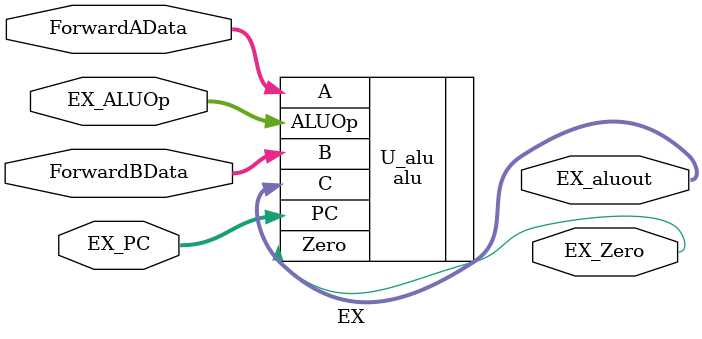
<source format=v>

module EX (
    input [31:0] EX_PC ,
    input [31:0]ForwardAData,
    input [31:0]ForwardBData,
    input [4:0] EX_ALUOp,

    output signed [31:0] EX_aluout,
    output EX_Zero
);
   alu U_alu(
        // input 
        .A(ForwardAData),
        .B(ForwardBData),
        .ALUOp(EX_ALUOp), 
        .PC(EX_PC),
        // output 
        .C(EX_aluout), 
        .Zero(EX_Zero)  // transfer to mem and then ctrl
    );
endmodule
</source>
